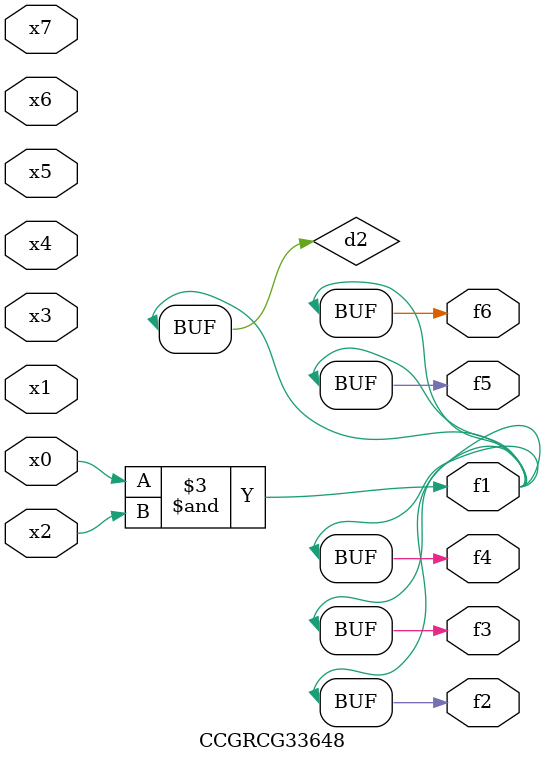
<source format=v>
module CCGRCG33648(
	input x0, x1, x2, x3, x4, x5, x6, x7,
	output f1, f2, f3, f4, f5, f6
);

	wire d1, d2;

	nor (d1, x3, x6);
	and (d2, x0, x2);
	assign f1 = d2;
	assign f2 = d2;
	assign f3 = d2;
	assign f4 = d2;
	assign f5 = d2;
	assign f6 = d2;
endmodule

</source>
